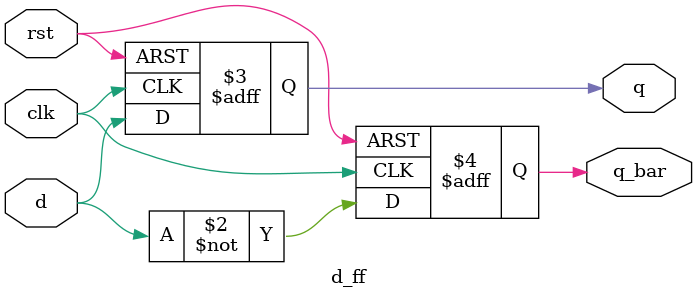
<source format=v>
module d_ff(
     input d, rst, clk,
	 output reg q, q_bar
	 );
	 always @(posedge clk or posedge rst) begin
	     if(rst)begin
		     q <= 0;
			 q_bar <= 0;
		    end
		 else begin
		     q <= d;
			 q_bar <= ~d;
		    end
		end
	endmodule
</source>
